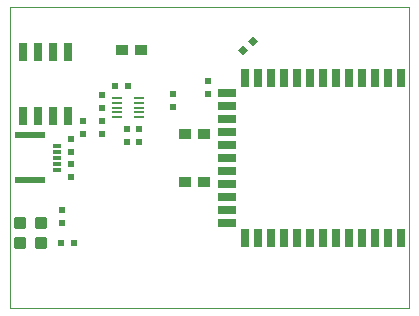
<source format=gtp>
G75*
%MOIN*%
%OFA0B0*%
%FSLAX25Y25*%
%IPPOS*%
%LPD*%
%AMOC8*
5,1,8,0,0,1.08239X$1,22.5*
%
%ADD10C,0.00000*%
%ADD11C,0.01181*%
%ADD12R,0.02362X0.02362*%
%ADD13R,0.03937X0.03543*%
%ADD14R,0.04134X0.03543*%
%ADD15R,0.03150X0.01181*%
%ADD16R,0.10236X0.02362*%
%ADD17R,0.02756X0.06299*%
%ADD18R,0.06299X0.02756*%
%ADD19R,0.02362X0.02362*%
%ADD20R,0.03346X0.00787*%
%ADD21R,0.02559X0.06004*%
D10*
X0080331Y0048835D02*
X0080331Y0149228D01*
X0213402Y0149228D01*
X0213402Y0048835D01*
X0080331Y0048835D01*
D11*
X0082288Y0069307D02*
X0082288Y0072063D01*
X0085044Y0072063D01*
X0085044Y0069307D01*
X0082288Y0069307D01*
X0082288Y0070429D02*
X0085044Y0070429D01*
X0085044Y0071551D02*
X0082288Y0071551D01*
X0082322Y0075837D02*
X0082322Y0078593D01*
X0085078Y0078593D01*
X0085078Y0075837D01*
X0082322Y0075837D01*
X0082322Y0076959D02*
X0085078Y0076959D01*
X0085078Y0078081D02*
X0082322Y0078081D01*
X0089228Y0078593D02*
X0089228Y0075837D01*
X0089228Y0078593D02*
X0091984Y0078593D01*
X0091984Y0075837D01*
X0089228Y0075837D01*
X0089228Y0076959D02*
X0091984Y0076959D01*
X0091984Y0078081D02*
X0089228Y0078081D01*
X0089194Y0072063D02*
X0089194Y0069307D01*
X0089194Y0072063D02*
X0091950Y0072063D01*
X0091950Y0069307D01*
X0089194Y0069307D01*
X0089194Y0070429D02*
X0091950Y0070429D01*
X0091950Y0071551D02*
X0089194Y0071551D01*
D12*
X0097260Y0070685D03*
X0101591Y0070685D03*
X0097654Y0077181D03*
X0097654Y0081512D03*
X0100803Y0092732D03*
X0100803Y0097063D03*
X0100803Y0101000D03*
X0100803Y0105331D03*
X0104740Y0106906D03*
X0104740Y0111236D03*
X0111039Y0111236D03*
X0111039Y0106906D03*
X0119307Y0108677D03*
X0123244Y0108677D03*
X0123244Y0104346D03*
X0119307Y0104346D03*
X0111039Y0115764D03*
X0111039Y0120094D03*
X0115173Y0122850D03*
X0119504Y0122850D03*
X0134661Y0120291D03*
X0134661Y0115961D03*
X0146472Y0120488D03*
X0146472Y0124819D03*
D13*
X0144898Y0107102D03*
X0138598Y0107102D03*
X0138598Y0090961D03*
X0144898Y0090961D03*
D14*
X0124031Y0135055D03*
X0117732Y0135055D03*
D15*
X0096079Y0102969D03*
X0096079Y0101000D03*
X0096079Y0099031D03*
X0096079Y0097063D03*
X0096079Y0095094D03*
D16*
X0087024Y0091551D03*
X0087024Y0106512D03*
D17*
X0158677Y0125606D03*
X0163008Y0125606D03*
X0167339Y0125606D03*
X0171669Y0125606D03*
X0176000Y0125606D03*
X0180331Y0125606D03*
X0184661Y0125606D03*
X0188992Y0125606D03*
X0193323Y0125606D03*
X0197654Y0125606D03*
X0201984Y0125606D03*
X0206315Y0125606D03*
X0210646Y0125606D03*
X0210646Y0072457D03*
X0206315Y0072457D03*
X0201984Y0072457D03*
X0197654Y0072457D03*
X0193323Y0072457D03*
X0188992Y0072457D03*
X0184661Y0072457D03*
X0180331Y0072457D03*
X0176000Y0072457D03*
X0171669Y0072457D03*
X0167339Y0072457D03*
X0163008Y0072457D03*
X0158677Y0072457D03*
D18*
X0152772Y0077378D03*
X0152772Y0081709D03*
X0152772Y0086039D03*
X0152772Y0090370D03*
X0152772Y0094701D03*
X0152772Y0099031D03*
X0152772Y0103362D03*
X0152772Y0107693D03*
X0152772Y0112024D03*
X0152772Y0116354D03*
X0152772Y0120685D03*
D19*
G36*
X0156460Y0134834D02*
X0158130Y0136504D01*
X0159800Y0134834D01*
X0158130Y0133164D01*
X0156460Y0134834D01*
G37*
G36*
X0159523Y0137897D02*
X0161193Y0139567D01*
X0162863Y0137897D01*
X0161193Y0136227D01*
X0159523Y0137897D01*
G37*
D20*
X0123441Y0118913D03*
X0123441Y0117339D03*
X0123441Y0115764D03*
X0123441Y0114189D03*
X0123441Y0112614D03*
X0115961Y0112614D03*
X0115961Y0114189D03*
X0115961Y0115764D03*
X0115961Y0117339D03*
X0115961Y0118913D03*
D21*
X0099642Y0112961D03*
X0094642Y0112961D03*
X0089642Y0112961D03*
X0084642Y0112961D03*
X0084642Y0134315D03*
X0089642Y0134315D03*
X0094642Y0134315D03*
X0099642Y0134315D03*
M02*

</source>
